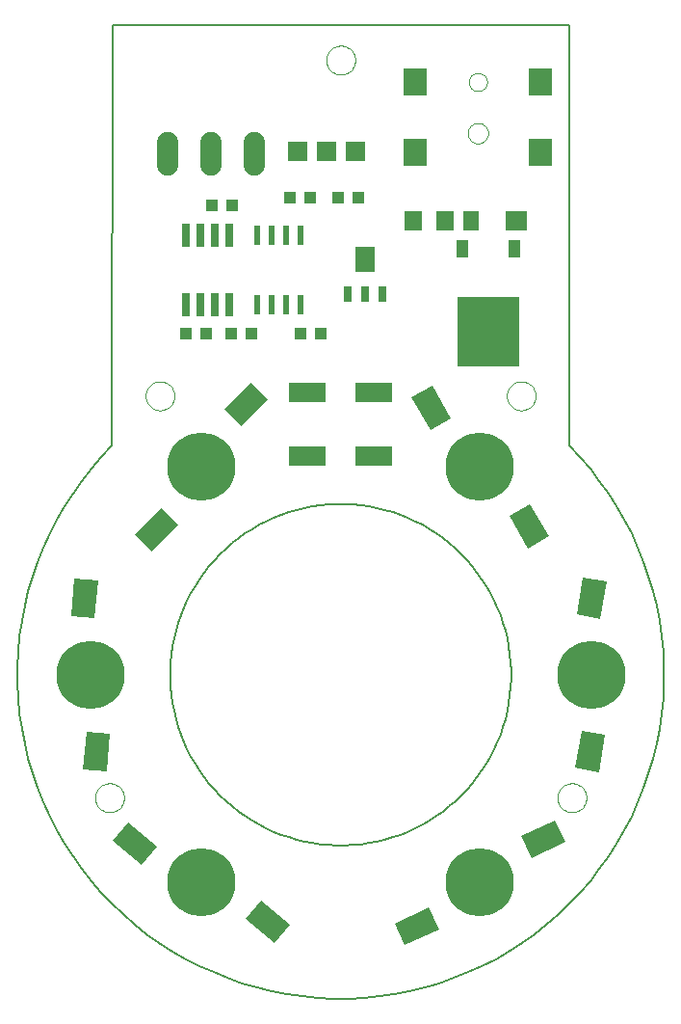
<source format=gtp>
G75*
G70*
%OFA0B0*%
%FSLAX24Y24*%
%IPPOS*%
%LPD*%
%AMOC8*
5,1,8,0,0,1.08239X$1,22.5*
%
%ADD10C,0.0080*%
%ADD11C,0.0000*%
%ADD12C,0.2362*%
%ADD13R,0.1299X0.0827*%
%ADD14R,0.0260X0.0800*%
%ADD15R,0.0394X0.0433*%
%ADD16R,0.0630X0.0709*%
%ADD17R,0.0520X0.0661*%
%ADD18R,0.0728X0.0661*%
%ADD19R,0.0315X0.0551*%
%ADD20R,0.0709X0.0866*%
%ADD21R,0.0394X0.0630*%
%ADD22R,0.2126X0.2441*%
%ADD23R,0.0240X0.0700*%
%ADD24R,0.1260X0.0709*%
%ADD25R,0.0787X0.0945*%
%ADD26R,0.0650X0.0650*%
%ADD27C,0.0675*%
D10*
X019244Y003479D02*
X019612Y003864D01*
X019961Y004267D01*
X020290Y004685D01*
X020599Y005119D01*
X020887Y005567D01*
X021153Y006029D01*
X021397Y006502D01*
X021618Y006987D01*
X021816Y007481D01*
X021991Y007984D01*
X022141Y008496D01*
X022266Y009013D01*
X022367Y009536D01*
X022443Y010063D01*
X022493Y010594D01*
X022519Y011126D01*
X022519Y011658D01*
X022493Y012190D01*
X022443Y012721D01*
X022367Y013248D01*
X022266Y013771D01*
X022141Y014288D01*
X021991Y014800D01*
X021816Y015303D01*
X021618Y015797D01*
X021397Y016282D01*
X021153Y016755D01*
X020887Y017217D01*
X020599Y017665D01*
X020290Y018099D01*
X019961Y018517D01*
X019612Y018920D01*
X019244Y019305D01*
X019245Y019306D02*
X019231Y033842D01*
X003431Y033842D01*
X003418Y019306D01*
X003418Y003479D02*
X003803Y003111D01*
X004206Y002762D01*
X004624Y002433D01*
X005058Y002124D01*
X005506Y001836D01*
X005968Y001570D01*
X006441Y001326D01*
X006926Y001105D01*
X007420Y000907D01*
X007923Y000732D01*
X008435Y000582D01*
X008952Y000457D01*
X009475Y000356D01*
X010002Y000280D01*
X010533Y000230D01*
X011065Y000204D01*
X011597Y000204D01*
X012129Y000230D01*
X012660Y000280D01*
X013187Y000356D01*
X013710Y000457D01*
X014227Y000582D01*
X014739Y000732D01*
X015242Y000907D01*
X015736Y001105D01*
X016221Y001326D01*
X016694Y001570D01*
X017156Y001836D01*
X017604Y002124D01*
X018038Y002433D01*
X018456Y002762D01*
X018859Y003111D01*
X019244Y003479D01*
X003418Y003479D02*
X003050Y003864D01*
X002701Y004267D01*
X002372Y004685D01*
X002063Y005119D01*
X001775Y005567D01*
X001509Y006029D01*
X001265Y006502D01*
X001044Y006987D01*
X000846Y007481D01*
X000671Y007984D01*
X000521Y008496D01*
X000396Y009013D01*
X000295Y009536D01*
X000219Y010063D01*
X000169Y010594D01*
X000143Y011126D01*
X000143Y011658D01*
X000169Y012190D01*
X000219Y012721D01*
X000295Y013248D01*
X000396Y013771D01*
X000521Y014288D01*
X000671Y014800D01*
X000846Y015303D01*
X001044Y015797D01*
X001265Y016282D01*
X001509Y016755D01*
X001775Y017217D01*
X002063Y017665D01*
X002372Y018099D01*
X002701Y018517D01*
X003050Y018920D01*
X003418Y019305D01*
X007158Y015565D02*
X007362Y015758D01*
X007574Y015942D01*
X007795Y016116D01*
X008023Y016279D01*
X008260Y016431D01*
X008503Y016571D01*
X008753Y016700D01*
X009008Y016817D01*
X009269Y016921D01*
X009534Y017013D01*
X009804Y017092D01*
X010077Y017158D01*
X010352Y017211D01*
X010630Y017251D01*
X010910Y017278D01*
X011191Y017291D01*
X011471Y017291D01*
X011752Y017278D01*
X012032Y017251D01*
X012310Y017211D01*
X012585Y017158D01*
X012858Y017092D01*
X013128Y017013D01*
X013393Y016921D01*
X013654Y016817D01*
X013909Y016700D01*
X014159Y016571D01*
X014402Y016431D01*
X014639Y016279D01*
X014867Y016116D01*
X015088Y015942D01*
X015300Y015758D01*
X015504Y015565D01*
X015697Y015361D01*
X015881Y015149D01*
X016055Y014928D01*
X016218Y014700D01*
X016370Y014463D01*
X016510Y014220D01*
X016639Y013970D01*
X016756Y013715D01*
X016860Y013454D01*
X016952Y013189D01*
X017031Y012919D01*
X017097Y012646D01*
X017150Y012371D01*
X017190Y012093D01*
X017217Y011813D01*
X017230Y011532D01*
X017230Y011252D01*
X017217Y010971D01*
X017190Y010691D01*
X017150Y010413D01*
X017097Y010138D01*
X017031Y009865D01*
X016952Y009595D01*
X016860Y009330D01*
X016756Y009069D01*
X016639Y008814D01*
X016510Y008564D01*
X016370Y008321D01*
X016218Y008084D01*
X016055Y007856D01*
X015881Y007635D01*
X015697Y007423D01*
X015504Y007219D01*
X015300Y007026D01*
X015088Y006842D01*
X014867Y006668D01*
X014639Y006505D01*
X014402Y006353D01*
X014159Y006213D01*
X013909Y006084D01*
X013654Y005967D01*
X013393Y005863D01*
X013128Y005771D01*
X012858Y005692D01*
X012585Y005626D01*
X012310Y005573D01*
X012032Y005533D01*
X011752Y005506D01*
X011471Y005493D01*
X011191Y005493D01*
X010910Y005506D01*
X010630Y005533D01*
X010352Y005573D01*
X010077Y005626D01*
X009804Y005692D01*
X009534Y005771D01*
X009269Y005863D01*
X009008Y005967D01*
X008753Y006084D01*
X008503Y006213D01*
X008260Y006353D01*
X008023Y006505D01*
X007795Y006668D01*
X007574Y006842D01*
X007362Y007026D01*
X007158Y007219D01*
X006965Y007423D01*
X006781Y007635D01*
X006607Y007856D01*
X006444Y008084D01*
X006292Y008321D01*
X006152Y008564D01*
X006023Y008814D01*
X005906Y009069D01*
X005802Y009330D01*
X005710Y009595D01*
X005631Y009865D01*
X005565Y010138D01*
X005512Y010413D01*
X005472Y010691D01*
X005445Y010971D01*
X005432Y011252D01*
X005432Y011532D01*
X005445Y011813D01*
X005472Y012093D01*
X005512Y012371D01*
X005565Y012646D01*
X005631Y012919D01*
X005710Y013189D01*
X005802Y013454D01*
X005906Y013715D01*
X006023Y013970D01*
X006152Y014220D01*
X006292Y014463D01*
X006444Y014700D01*
X006607Y014928D01*
X006781Y015149D01*
X006965Y015361D01*
X007158Y015565D01*
D11*
X004581Y021036D02*
X004583Y021080D01*
X004589Y021124D01*
X004599Y021167D01*
X004612Y021209D01*
X004629Y021250D01*
X004650Y021289D01*
X004674Y021326D01*
X004701Y021361D01*
X004731Y021393D01*
X004764Y021423D01*
X004800Y021449D01*
X004837Y021473D01*
X004877Y021492D01*
X004918Y021509D01*
X004961Y021521D01*
X005004Y021530D01*
X005048Y021535D01*
X005092Y021536D01*
X005136Y021533D01*
X005180Y021526D01*
X005223Y021515D01*
X005265Y021501D01*
X005305Y021483D01*
X005344Y021461D01*
X005380Y021437D01*
X005414Y021409D01*
X005446Y021378D01*
X005475Y021344D01*
X005501Y021308D01*
X005523Y021270D01*
X005542Y021230D01*
X005557Y021188D01*
X005569Y021146D01*
X005577Y021102D01*
X005581Y021058D01*
X005581Y021014D01*
X005577Y020970D01*
X005569Y020926D01*
X005557Y020884D01*
X005542Y020842D01*
X005523Y020802D01*
X005501Y020764D01*
X005475Y020728D01*
X005446Y020694D01*
X005414Y020663D01*
X005380Y020635D01*
X005344Y020611D01*
X005305Y020589D01*
X005265Y020571D01*
X005223Y020557D01*
X005180Y020546D01*
X005136Y020539D01*
X005092Y020536D01*
X005048Y020537D01*
X005004Y020542D01*
X004961Y020551D01*
X004918Y020563D01*
X004877Y020580D01*
X004837Y020599D01*
X004800Y020623D01*
X004764Y020649D01*
X004731Y020679D01*
X004701Y020711D01*
X004674Y020746D01*
X004650Y020783D01*
X004629Y020822D01*
X004612Y020863D01*
X004599Y020905D01*
X004589Y020948D01*
X004583Y020992D01*
X004581Y021036D01*
X010831Y032642D02*
X010833Y032686D01*
X010839Y032730D01*
X010849Y032773D01*
X010862Y032815D01*
X010879Y032856D01*
X010900Y032895D01*
X010924Y032932D01*
X010951Y032967D01*
X010981Y032999D01*
X011014Y033029D01*
X011050Y033055D01*
X011087Y033079D01*
X011127Y033098D01*
X011168Y033115D01*
X011211Y033127D01*
X011254Y033136D01*
X011298Y033141D01*
X011342Y033142D01*
X011386Y033139D01*
X011430Y033132D01*
X011473Y033121D01*
X011515Y033107D01*
X011555Y033089D01*
X011594Y033067D01*
X011630Y033043D01*
X011664Y033015D01*
X011696Y032984D01*
X011725Y032950D01*
X011751Y032914D01*
X011773Y032876D01*
X011792Y032836D01*
X011807Y032794D01*
X011819Y032752D01*
X011827Y032708D01*
X011831Y032664D01*
X011831Y032620D01*
X011827Y032576D01*
X011819Y032532D01*
X011807Y032490D01*
X011792Y032448D01*
X011773Y032408D01*
X011751Y032370D01*
X011725Y032334D01*
X011696Y032300D01*
X011664Y032269D01*
X011630Y032241D01*
X011594Y032217D01*
X011555Y032195D01*
X011515Y032177D01*
X011473Y032163D01*
X011430Y032152D01*
X011386Y032145D01*
X011342Y032142D01*
X011298Y032143D01*
X011254Y032148D01*
X011211Y032157D01*
X011168Y032169D01*
X011127Y032186D01*
X011087Y032205D01*
X011050Y032229D01*
X011014Y032255D01*
X010981Y032285D01*
X010951Y032317D01*
X010924Y032352D01*
X010900Y032389D01*
X010879Y032428D01*
X010862Y032469D01*
X010849Y032511D01*
X010839Y032554D01*
X010833Y032598D01*
X010831Y032642D01*
X015766Y031886D02*
X015768Y031921D01*
X015774Y031956D01*
X015784Y031990D01*
X015797Y032023D01*
X015814Y032054D01*
X015835Y032082D01*
X015858Y032109D01*
X015885Y032132D01*
X015913Y032153D01*
X015944Y032170D01*
X015977Y032183D01*
X016011Y032193D01*
X016046Y032199D01*
X016081Y032201D01*
X016116Y032199D01*
X016151Y032193D01*
X016185Y032183D01*
X016218Y032170D01*
X016249Y032153D01*
X016277Y032132D01*
X016304Y032109D01*
X016327Y032082D01*
X016348Y032054D01*
X016365Y032023D01*
X016378Y031990D01*
X016388Y031956D01*
X016394Y031921D01*
X016396Y031886D01*
X016394Y031851D01*
X016388Y031816D01*
X016378Y031782D01*
X016365Y031749D01*
X016348Y031718D01*
X016327Y031690D01*
X016304Y031663D01*
X016277Y031640D01*
X016249Y031619D01*
X016218Y031602D01*
X016185Y031589D01*
X016151Y031579D01*
X016116Y031573D01*
X016081Y031571D01*
X016046Y031573D01*
X016011Y031579D01*
X015977Y031589D01*
X015944Y031602D01*
X015913Y031619D01*
X015885Y031640D01*
X015858Y031663D01*
X015835Y031690D01*
X015814Y031718D01*
X015797Y031749D01*
X015784Y031782D01*
X015774Y031816D01*
X015768Y031851D01*
X015766Y031886D01*
X015727Y030115D02*
X015729Y030152D01*
X015735Y030189D01*
X015744Y030224D01*
X015758Y030259D01*
X015774Y030292D01*
X015795Y030323D01*
X015818Y030352D01*
X015844Y030378D01*
X015873Y030401D01*
X015904Y030422D01*
X015937Y030438D01*
X015972Y030452D01*
X016007Y030461D01*
X016044Y030467D01*
X016081Y030469D01*
X016118Y030467D01*
X016155Y030461D01*
X016190Y030452D01*
X016225Y030438D01*
X016258Y030422D01*
X016289Y030401D01*
X016318Y030378D01*
X016344Y030352D01*
X016367Y030323D01*
X016388Y030292D01*
X016404Y030259D01*
X016418Y030224D01*
X016427Y030189D01*
X016433Y030152D01*
X016435Y030115D01*
X016433Y030078D01*
X016427Y030041D01*
X016418Y030006D01*
X016404Y029971D01*
X016388Y029938D01*
X016367Y029907D01*
X016344Y029878D01*
X016318Y029852D01*
X016289Y029829D01*
X016258Y029808D01*
X016225Y029792D01*
X016190Y029778D01*
X016155Y029769D01*
X016118Y029763D01*
X016081Y029761D01*
X016044Y029763D01*
X016007Y029769D01*
X015972Y029778D01*
X015937Y029792D01*
X015904Y029808D01*
X015873Y029829D01*
X015844Y029852D01*
X015818Y029878D01*
X015795Y029907D01*
X015774Y029938D01*
X015758Y029971D01*
X015744Y030006D01*
X015735Y030041D01*
X015729Y030078D01*
X015727Y030115D01*
X017081Y021036D02*
X017083Y021080D01*
X017089Y021124D01*
X017099Y021167D01*
X017112Y021209D01*
X017129Y021250D01*
X017150Y021289D01*
X017174Y021326D01*
X017201Y021361D01*
X017231Y021393D01*
X017264Y021423D01*
X017300Y021449D01*
X017337Y021473D01*
X017377Y021492D01*
X017418Y021509D01*
X017461Y021521D01*
X017504Y021530D01*
X017548Y021535D01*
X017592Y021536D01*
X017636Y021533D01*
X017680Y021526D01*
X017723Y021515D01*
X017765Y021501D01*
X017805Y021483D01*
X017844Y021461D01*
X017880Y021437D01*
X017914Y021409D01*
X017946Y021378D01*
X017975Y021344D01*
X018001Y021308D01*
X018023Y021270D01*
X018042Y021230D01*
X018057Y021188D01*
X018069Y021146D01*
X018077Y021102D01*
X018081Y021058D01*
X018081Y021014D01*
X018077Y020970D01*
X018069Y020926D01*
X018057Y020884D01*
X018042Y020842D01*
X018023Y020802D01*
X018001Y020764D01*
X017975Y020728D01*
X017946Y020694D01*
X017914Y020663D01*
X017880Y020635D01*
X017844Y020611D01*
X017805Y020589D01*
X017765Y020571D01*
X017723Y020557D01*
X017680Y020546D01*
X017636Y020539D01*
X017592Y020536D01*
X017548Y020537D01*
X017504Y020542D01*
X017461Y020551D01*
X017418Y020563D01*
X017377Y020580D01*
X017337Y020599D01*
X017300Y020623D01*
X017264Y020649D01*
X017231Y020679D01*
X017201Y020711D01*
X017174Y020746D01*
X017150Y020783D01*
X017129Y020822D01*
X017112Y020863D01*
X017099Y020905D01*
X017089Y020948D01*
X017083Y020992D01*
X017081Y021036D01*
X018831Y007142D02*
X018833Y007186D01*
X018839Y007230D01*
X018849Y007273D01*
X018862Y007315D01*
X018879Y007356D01*
X018900Y007395D01*
X018924Y007432D01*
X018951Y007467D01*
X018981Y007499D01*
X019014Y007529D01*
X019050Y007555D01*
X019087Y007579D01*
X019127Y007598D01*
X019168Y007615D01*
X019211Y007627D01*
X019254Y007636D01*
X019298Y007641D01*
X019342Y007642D01*
X019386Y007639D01*
X019430Y007632D01*
X019473Y007621D01*
X019515Y007607D01*
X019555Y007589D01*
X019594Y007567D01*
X019630Y007543D01*
X019664Y007515D01*
X019696Y007484D01*
X019725Y007450D01*
X019751Y007414D01*
X019773Y007376D01*
X019792Y007336D01*
X019807Y007294D01*
X019819Y007252D01*
X019827Y007208D01*
X019831Y007164D01*
X019831Y007120D01*
X019827Y007076D01*
X019819Y007032D01*
X019807Y006990D01*
X019792Y006948D01*
X019773Y006908D01*
X019751Y006870D01*
X019725Y006834D01*
X019696Y006800D01*
X019664Y006769D01*
X019630Y006741D01*
X019594Y006717D01*
X019555Y006695D01*
X019515Y006677D01*
X019473Y006663D01*
X019430Y006652D01*
X019386Y006645D01*
X019342Y006642D01*
X019298Y006643D01*
X019254Y006648D01*
X019211Y006657D01*
X019168Y006669D01*
X019127Y006686D01*
X019087Y006705D01*
X019050Y006729D01*
X019014Y006755D01*
X018981Y006785D01*
X018951Y006817D01*
X018924Y006852D01*
X018900Y006889D01*
X018879Y006928D01*
X018862Y006969D01*
X018849Y007011D01*
X018839Y007054D01*
X018833Y007098D01*
X018831Y007142D01*
X002831Y007142D02*
X002833Y007186D01*
X002839Y007230D01*
X002849Y007273D01*
X002862Y007315D01*
X002879Y007356D01*
X002900Y007395D01*
X002924Y007432D01*
X002951Y007467D01*
X002981Y007499D01*
X003014Y007529D01*
X003050Y007555D01*
X003087Y007579D01*
X003127Y007598D01*
X003168Y007615D01*
X003211Y007627D01*
X003254Y007636D01*
X003298Y007641D01*
X003342Y007642D01*
X003386Y007639D01*
X003430Y007632D01*
X003473Y007621D01*
X003515Y007607D01*
X003555Y007589D01*
X003594Y007567D01*
X003630Y007543D01*
X003664Y007515D01*
X003696Y007484D01*
X003725Y007450D01*
X003751Y007414D01*
X003773Y007376D01*
X003792Y007336D01*
X003807Y007294D01*
X003819Y007252D01*
X003827Y007208D01*
X003831Y007164D01*
X003831Y007120D01*
X003827Y007076D01*
X003819Y007032D01*
X003807Y006990D01*
X003792Y006948D01*
X003773Y006908D01*
X003751Y006870D01*
X003725Y006834D01*
X003696Y006800D01*
X003664Y006769D01*
X003630Y006741D01*
X003594Y006717D01*
X003555Y006695D01*
X003515Y006677D01*
X003473Y006663D01*
X003430Y006652D01*
X003386Y006645D01*
X003342Y006642D01*
X003298Y006643D01*
X003254Y006648D01*
X003211Y006657D01*
X003168Y006669D01*
X003127Y006686D01*
X003087Y006705D01*
X003050Y006729D01*
X003014Y006755D01*
X002981Y006785D01*
X002951Y006817D01*
X002924Y006852D01*
X002900Y006889D01*
X002879Y006928D01*
X002862Y006969D01*
X002849Y007011D01*
X002839Y007054D01*
X002833Y007098D01*
X002831Y007142D01*
D12*
X002670Y011392D03*
X006508Y018578D03*
X006508Y004207D03*
X016154Y004207D03*
X019993Y011392D03*
X016154Y018578D03*
D13*
G36*
X003988Y006286D02*
X004981Y005453D01*
X004450Y004820D01*
X003457Y005653D01*
X003988Y006286D01*
G37*
G36*
X003348Y009356D02*
X003235Y008064D01*
X002414Y008136D01*
X002527Y009428D01*
X003348Y009356D01*
G37*
G36*
X002926Y014649D02*
X002813Y013357D01*
X001992Y013429D01*
X002105Y014721D01*
X002926Y014649D01*
G37*
G36*
X005719Y016580D02*
X004803Y015664D01*
X004219Y016248D01*
X005135Y017164D01*
X005719Y016580D01*
G37*
G36*
X008798Y020907D02*
X007882Y019991D01*
X007298Y020575D01*
X008214Y021491D01*
X008798Y020907D01*
G37*
G36*
X014496Y021392D02*
X015145Y020269D01*
X014430Y019856D01*
X013781Y020979D01*
X014496Y021392D01*
G37*
G36*
X017878Y017299D02*
X018527Y016176D01*
X017812Y015763D01*
X017163Y016886D01*
X017878Y017299D01*
G37*
G36*
X020532Y014614D02*
X020307Y013337D01*
X019494Y013480D01*
X019719Y014757D01*
X020532Y014614D01*
G37*
G36*
X020491Y009305D02*
X020266Y008028D01*
X019453Y008171D01*
X019678Y009448D01*
X020491Y009305D01*
G37*
G36*
X019103Y005614D02*
X017928Y005066D01*
X017579Y005814D01*
X018754Y006362D01*
X019103Y005614D01*
G37*
G36*
X014730Y002601D02*
X013555Y002053D01*
X013206Y002801D01*
X014381Y003349D01*
X014730Y002601D01*
G37*
G36*
X008566Y003595D02*
X009559Y002762D01*
X009028Y002129D01*
X008035Y002962D01*
X008566Y003595D01*
G37*
D14*
X007481Y024176D03*
X006981Y024176D03*
X006481Y024176D03*
X005981Y024176D03*
X005981Y026596D03*
X006481Y026596D03*
X006981Y026596D03*
X007481Y026596D03*
D15*
X007586Y027636D03*
X006877Y027636D03*
X009577Y027886D03*
X010286Y027886D03*
X011227Y027886D03*
X011936Y027886D03*
X010636Y023186D03*
X009927Y023186D03*
X008236Y023186D03*
X007527Y023186D03*
X006686Y023186D03*
X005977Y023186D03*
D16*
X013845Y027086D03*
X014927Y027086D03*
D17*
X015847Y027086D03*
D18*
X017417Y027086D03*
D19*
X012772Y024557D03*
X012181Y024557D03*
X011591Y024557D03*
D20*
X012181Y025769D03*
D21*
X015534Y026120D03*
X017329Y026120D03*
D22*
X016431Y023246D03*
D23*
X009931Y024184D03*
X009431Y024184D03*
X008931Y024184D03*
X008431Y024184D03*
X008431Y026589D03*
X008931Y026589D03*
X009431Y026589D03*
X009931Y026589D03*
D24*
X010188Y021148D03*
X010188Y018944D03*
X012475Y018944D03*
X012475Y021148D03*
D25*
X013916Y029445D03*
X013916Y031886D03*
X018247Y031886D03*
X018247Y029445D03*
D26*
X011831Y029486D03*
X010831Y029486D03*
X009831Y029486D03*
D27*
X008369Y029805D02*
X008369Y028979D01*
X008293Y028979D01*
X008293Y029805D01*
X008369Y029805D01*
X008369Y029653D02*
X008293Y029653D01*
X006869Y029805D02*
X006869Y028979D01*
X006793Y028979D01*
X006793Y029805D01*
X006869Y029805D01*
X006869Y029653D02*
X006793Y029653D01*
X005369Y029805D02*
X005369Y028979D01*
X005293Y028979D01*
X005293Y029805D01*
X005369Y029805D01*
X005369Y029653D02*
X005293Y029653D01*
M02*

</source>
